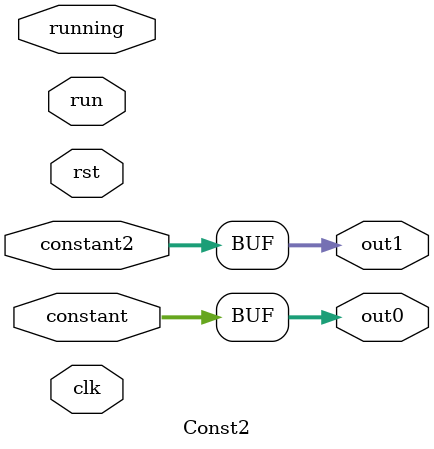
<source format=v>
`timescale 1ns / 1ps

module Const2 #(
   parameter DATA_W = 32
) (
   //control
   input clk,
   input rst,

   input running,
   input run,

   output [DATA_W-1:0] out0,
   output [DATA_W-1:0] out1,

   input [DATA_W-1:0] constant,  // config
   input [DATA_W-1:0] constant2  // config
);

   assign out0 = constant;
   assign out1 = constant2;

endmodule

</source>
